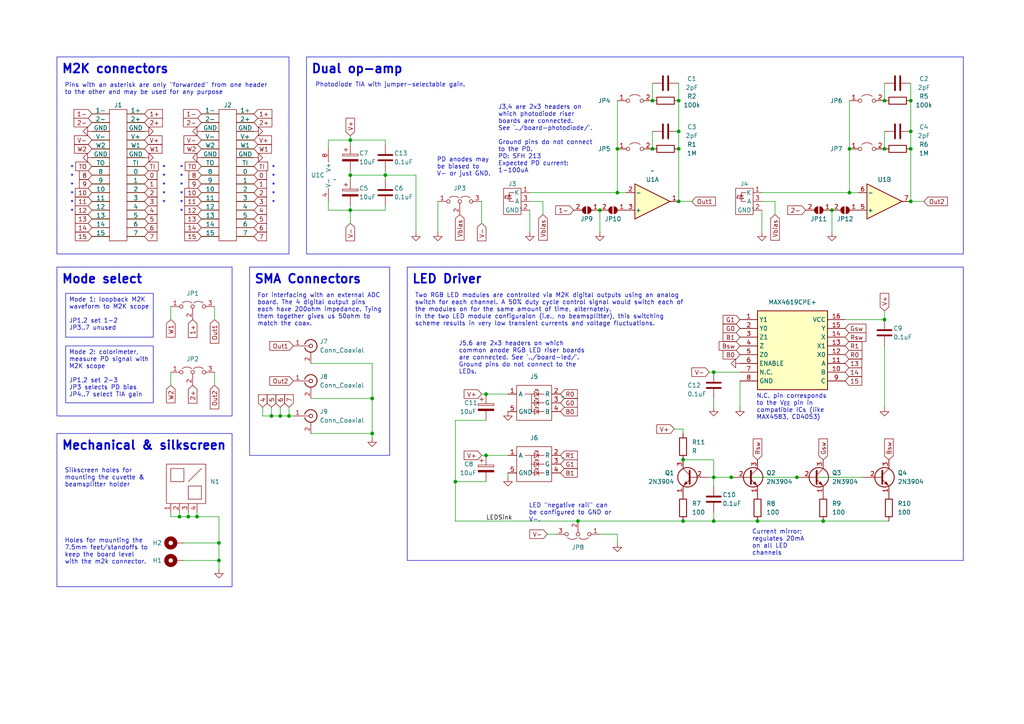
<source format=kicad_sch>
(kicad_sch (version 20230121) (generator eeschema)
  (paper "A4")
  (title_block (title "Dual channel colorimeter") (rev "B") (company "Analog Devices"))
  (lib_symbols
    (symbol "ADALM2000_Connector:Full15_Female" (pin_numbers hide) (pin_names (offset 0))
      (property "Reference" "J" (at 0 21.59 0))
      (symbol "Full15_Female_1_1"
        (pin bidirectional line (at 2.54 -17.78 0) (length 5.08) (name "7") (number "1"))
        (pin bidirectional line (at -2.54 -7.62 180) (length 5.08) (name "11") (number "10"))
        (pin bidirectional line (at 2.54 -5.08 0) (length 5.08) (name "2") (number "11"))
        (pin bidirectional line (at -2.54 -5.08 180) (length 5.08) (name "10") (number "12"))
        (pin bidirectional line (at 2.54 -2.54 0) (length 5.08) (name "1") (number "13"))
        (pin bidirectional line (at -2.54 -2.54 180) (length 5.08) (name "9") (number "14"))
        (pin bidirectional line (at 2.54 0 0) (length 5.08) (name "0") (number "15"))
        (pin bidirectional line (at -2.54 0 180) (length 5.08) (name "8") (number "16"))
        (pin input line (at 2.54 2.54 0) (length 5.08) (name "TI") (number "17"))
        (pin output line (at -2.54 2.54 180) (length 5.08) (name "TO") (number "18"))
        (pin power_out line (at 2.54 5.08 0) (length 5.08) (name "GND") (number "19"))
        (pin bidirectional line (at -2.54 -17.78 180) (length 5.08) (name "15") (number "2"))
        (pin power_out line (at -2.54 5.08 180) (length 5.08) (name "GND") (number "20"))
        (pin output line (at 2.54 7.62 0) (length 5.08) (name "W1") (number "21"))
        (pin output line (at -2.54 7.62 180) (length 5.08) (name "W2") (number "22"))
        (pin power_out line (at 2.54 10.16 0) (length 5.08) (name "V+") (number "23"))
        (pin power_out line (at -2.54 10.16 180) (length 5.08) (name "V-") (number "24"))
        (pin power_out line (at 2.54 12.7 0) (length 5.08) (name "GND") (number "25"))
        (pin power_out line (at -2.54 12.7 180) (length 5.08) (name "GND") (number "26"))
        (pin input line (at 2.54 15.24 0) (length 5.08) (name "2+") (number "27"))
        (pin input line (at -2.54 15.24 180) (length 5.08) (name "2-") (number "28"))
        (pin input line (at 2.54 17.78 0) (length 5.08) (name "1+") (number "29"))
        (pin bidirectional line (at 2.54 -15.24 0) (length 5.08) (name "6") (number "3"))
        (pin input line (at -2.54 17.78 180) (length 5.08) (name "1-") (number "30"))
        (pin bidirectional line (at -2.54 -15.24 180) (length 5.08) (name "14") (number "4"))
        (pin bidirectional line (at 2.54 -12.7 0) (length 5.08) (name "5") (number "5"))
        (pin bidirectional line (at -2.54 -12.7 180) (length 5.08) (name "13") (number "6"))
        (pin bidirectional line (at 2.54 -10.16 0) (length 5.08) (name "4") (number "7"))
        (pin bidirectional line (at -2.54 -10.16 180) (length 5.08) (name "12") (number "8"))
        (pin bidirectional line (at 2.54 -7.62 0) (length 5.08) (name "3") (number "9"))
      )
    )
    (symbol "ADALM2000_Connector:Full15_Male" (pin_numbers hide) (pin_names (offset 0))
      (property "Reference" "J" (at 0 21.59 0))
      (symbol "Full15_Male_1_1"
        (pin bidirectional line (at 2.54 -17.78 0) (length 5.08) (name "7") (number "1"))
        (pin bidirectional line (at -2.54 -7.62 180) (length 5.08) (name "11") (number "10"))
        (pin bidirectional line (at 2.54 -5.08 0) (length 5.08) (name "2") (number "11"))
        (pin bidirectional line (at -2.54 -5.08 180) (length 5.08) (name "10") (number "12"))
        (pin bidirectional line (at 2.54 -2.54 0) (length 5.08) (name "1") (number "13"))
        (pin bidirectional line (at -2.54 -2.54 180) (length 5.08) (name "9") (number "14"))
        (pin bidirectional line (at 2.54 0 0) (length 5.08) (name "0") (number "15"))
        (pin bidirectional line (at -2.54 0 180) (length 5.08) (name "8") (number "16"))
        (pin output line (at 2.54 2.54 0) (length 5.08) (name "TI") (number "17"))
        (pin input line (at -2.54 2.54 180) (length 5.08) (name "TO") (number "18"))
        (pin power_in line (at 2.54 5.08 0) (length 5.08) (name "GND") (number "19"))
        (pin bidirectional line (at -2.54 -17.78 180) (length 5.08) (name "15") (number "2"))
        (pin power_in line (at -2.54 5.08 180) (length 5.08) (name "GND") (number "20"))
        (pin input line (at 2.54 7.62 0) (length 5.08) (name "W1") (number "21"))
        (pin input line (at -2.54 7.62 180) (length 5.08) (name "W2") (number "22"))
        (pin power_in line (at 2.54 10.16 0) (length 5.08) (name "V+") (number "23"))
        (pin power_in line (at -2.54 10.16 180) (length 5.08) (name "V-") (number "24"))
        (pin power_in line (at 2.54 12.7 0) (length 5.08) (name "GND") (number "25"))
        (pin power_in line (at -2.54 12.7 180) (length 5.08) (name "GND") (number "26"))
        (pin bidirectional line (at 2.54 15.24 0) (length 5.08) (name "2+") (number "27"))
        (pin bidirectional line (at -2.54 15.24 180) (length 5.08) (name "2-") (number "28"))
        (pin bidirectional line (at 2.54 17.78 0) (length 5.08) (name "1+") (number "29"))
        (pin bidirectional line (at 2.54 -15.24 0) (length 5.08) (name "6") (number "3"))
        (pin bidirectional line (at -2.54 17.78 180) (length 5.08) (name "1-") (number "30"))
        (pin bidirectional line (at -2.54 -15.24 180) (length 5.08) (name "14") (number "4"))
        (pin bidirectional line (at 2.54 -12.7 0) (length 5.08) (name "5") (number "5"))
        (pin bidirectional line (at -2.54 -12.7 180) (length 5.08) (name "13") (number "6"))
        (pin bidirectional line (at 2.54 -10.16 0) (length 5.08) (name "4") (number "7"))
        (pin bidirectional line (at -2.54 -10.16 180) (length 5.08) (name "12") (number "8"))
        (pin bidirectional line (at 2.54 -7.62 0) (length 5.08) (name "3") (number "9"))
      )
    )
    (symbol "Amplifier_Operational:AD8656" (pin_names (offset 0.127))
      (property "Reference" "U" (at 0 5.08 0))
      (property "Value" "AD8656" (at 0 -5.08 0))
      (symbol "AD8656_1_1"
        (pin output line (at 7.62 0 180) (length 2.54) (name "~") (number "1"))
        (pin input line (at -7.62 -2.54 0) (length 2.54) (name "-") (number "2"))
        (pin input line (at -7.62 2.54 0) (length 2.54) (name "+") (number "3"))
      )
      (symbol "AD8656_2_1"
        (pin input line (at -7.62 2.54 0) (length 2.54) (name "+") (number "5"))
        (pin input line (at -7.62 -2.54 0) (length 2.54) (name "-") (number "6"))
        (pin output line (at 7.62 0 180) (length 2.54) (name "~") (number "7"))
      )
      (symbol "AD8656_3_1"
        (pin power_in line (at -2.54 -7.62 90) (length 3.81) (name "V-") (number "4"))
        (pin power_in line (at -2.54 7.62 270) (length 3.81) (name "V+") (number "8"))
      )
    )
    (symbol "Connector:Conn_Coaxial" (pin_names (offset 1.016) hide)
      (property "Reference" "J" (at 0.254 3.048 0))
      (property "Value" "Conn_Coaxial" (at 2.921 0 90))
      (symbol "Conn_Coaxial_1_1"
        (pin passive line (at -5.08 0 0) (length 2.54) (name "In") (number "1"))
        (pin passive line (at 0 -5.08 90) (length 2.54) (name "Ext") (number "2"))
      )
    )
    (symbol "Device:C" (pin_numbers hide) (pin_names (offset 0.254))
      (property "Reference" "C" (at 0.635 2.54 0))
      (property "Value" "C" (at 0.635 -2.54 0))
      (symbol "C_1_1"
        (pin passive line (at 0 3.81 270) (length 2.794) (name "~") (number "1"))
        (pin passive line (at 0 -3.81 90) (length 2.794) (name "~") (number "2"))
      )
    )
    (symbol "Device:C_Polarized" (pin_numbers hide) (pin_names (offset 0.254))
      (property "Reference" "C" (at 0.635 2.54 0))
      (property "Value" "C_Polarized" (at 0.635 -2.54 0))
      (symbol "C_Polarized_1_1"
        (pin passive line (at 0 3.81 270) (length 2.794) (name "~") (number "1"))
        (pin passive line (at 0 -3.81 90) (length 2.794) (name "~") (number "2"))
      )
    )
    (symbol "Device:R" (pin_numbers hide) (pin_names (offset 0))
      (property "Reference" "R" (at 2.032 0 90))
      (property "Value" "R" (at 0 0 90))
      (symbol "R_1_1"
        (pin passive line (at 0 3.81 270) (length 1.27) (name "~") (number "1"))
        (pin passive line (at 0 -3.81 90) (length 1.27) (name "~") (number "2"))
      )
    )
    (symbol "Jumper:Jumper_2_Open" (pin_names (offset 0) hide)
      (property "Reference" "JP" (at 0 2.794 0))
      (property "Value" "Jumper_2_Open" (at 0 -2.286 0))
      (symbol "Jumper_2_Open_1_1"
        (pin passive line (at -5.08 0 0) (length 2.54) (name "A") (number "1"))
        (pin passive line (at 5.08 0 180) (length 2.54) (name "B") (number "2"))
      )
    )
    (symbol "Jumper:Jumper_3_Open" (pin_names (offset 0) hide)
      (property "Reference" "JP" (at -2.54 -2.54 0))
      (property "Value" "Jumper_3_Open" (at 0 2.794 0))
      (symbol "Jumper_3_Open_1_1"
        (pin passive line (at -6.35 0 0) (length 2.54) (name "A") (number "1"))
        (pin passive line (at 0 -3.81 90) (length 2.54) (name "C") (number "2"))
        (pin passive line (at 6.35 0 180) (length 2.54) (name "B") (number "3"))
      )
    )
    (symbol "Jumper:SolderJumper_2_Open" (pin_names (offset 0) hide)
      (property "Reference" "JP" (at 0 2.032 0))
      (property "Value" "SolderJumper_2_Open" (at 0 -2.54 0))
      (symbol "SolderJumper_2_Open_1_1"
        (pin passive line (at -3.81 0 0) (length 2.54) (name "A") (number "1"))
        (pin passive line (at 3.81 0 180) (length 2.54) (name "B") (number "2"))
      )
    )
    (symbol "M2k_colorimeter:CuvetteHolder"
      (property "Reference" "MP" (at -6.35 13.97 0))
      (symbol "CuvetteHolder_1_1"
        (pin input line (at -10.16 -1.27 90) (length 2.54) (name "") (number "1"))
        (pin input line (at -7.62 -1.27 90) (length 2.54) (name "") (number "2"))
        (pin input line (at -5.08 -1.27 90) (length 2.54) (name "") (number "3"))
        (pin input line (at -2.54 -1.27 90) (length 2.54) (name "") (number "4"))
      )
    )
    (symbol "M2k_colorimeter:LEDRiser"
      (property "Reference" "J5" (at 0 7.62 0))
      (property "Value" "~" (at 8.382 1.778 0))
      (symbol "LEDRiser_1_1"
        (pin passive line (at -7.62 2.54 0) (length 2.54) (name "A") (number "1"))
        (pin passive line (at 7.62 2.54 180) (length 2.54) (name "R") (number "2"))
        (pin passive line (at 7.62 0 180) (length 2.54) (name "G") (number "3"))
        (pin passive line (at 7.62 -2.54 180) (length 2.54) (name "B") (number "4"))
        (pin power_in line (at -7.62 -2.54 0) (length 2.54) (name "GND") (number "5"))
      )
    )
    (symbol "M2k_colorimeter:PhotodiodeRiser"
      (property "Reference" "J3" (at -5.08 5.08 0))
      (property "Value" "~" (at -2.54 -1.905 0))
      (symbol "PhotodiodeRiser_1_1"
        (pin passive line (at 0 2.54 180) (length 2.54) (name "K") (number "1"))
        (pin power_in line (at 0 -2.54 180) (length 2.54) (name "GND") (number "2"))
        (pin passive line (at 0 0 180) (length 2.54) (name "A") (number "3"))
      )
    )
    (symbol "MAX4619CPE+:MAX4619CPE+"
      (property "Reference" "C" (at 26.67 7.62 0))
      (property "Value" "MAX4619CPE+" (at 26.67 5.08 0))
      (symbol "MAX4619CPE+_1_1"
        (pin passive line (at 0 0 0) (length 5.08) (name "Y1") (number "1"))
        (pin passive line (at 30.48 -15.24 180) (length 5.08) (name "B") (number "10"))
        (pin passive line (at 30.48 -12.7 180) (length 5.08) (name "A") (number "11"))
        (pin passive line (at 30.48 -10.16 180) (length 5.08) (name "X0") (number "12"))
        (pin passive line (at 30.48 -7.62 180) (length 5.08) (name "X1") (number "13"))
        (pin passive line (at 30.48 -5.08 180) (length 5.08) (name "X") (number "14"))
        (pin passive line (at 30.48 -2.54 180) (length 5.08) (name "Y") (number "15"))
        (pin passive line (at 30.48 0 180) (length 5.08) (name "VCC") (number "16"))
        (pin passive line (at 0 -2.54 0) (length 5.08) (name "Y0") (number "2"))
        (pin passive line (at 0 -5.08 0) (length 5.08) (name "Z1") (number "3"))
        (pin passive line (at 0 -7.62 0) (length 5.08) (name "Z") (number "4"))
        (pin passive line (at 0 -10.16 0) (length 5.08) (name "Z0") (number "5"))
        (pin passive line (at 0 -12.7 0) (length 5.08) (name "ENABLE") (number "6"))
        (pin passive line (at 0 -15.24 0) (length 5.08) (name "N.C.") (number "7"))
        (pin passive line (at 0 -17.78 0) (length 5.08) (name "GND") (number "8"))
        (pin passive line (at 30.48 -17.78 180) (length 5.08) (name "C") (number "9"))
      )
    )
    (symbol "Mechanical:MountingHole_Pad" (pin_numbers hide) (pin_names (offset 1.016) hide)
      (property "Reference" "H" (at 0 6.35 0))
      (property "Value" "MountingHole_Pad" (at 0 4.445 0))
      (symbol "MountingHole_Pad_1_1"
        (pin input line (at 0 -2.54 90) (length 2.54) (name "1") (number "1"))
      )
    )
    (symbol "Transistor_BJT:2N3904" (pin_names (offset 0) hide)
      (property "Reference" "Q" (at 5.08 1.905 0))
      (property "Value" "2N3904" (at 5.08 0 0))
      (symbol "2N3904_1_1"
        (pin passive line (at 2.54 -5.08 90) (length 2.54) (name "E") (number "1"))
        (pin passive line (at -5.08 0 0) (length 5.715) (name "B") (number "2"))
        (pin passive line (at 2.54 5.08 270) (length 2.54) (name "C") (number "3"))
      )
    )
    (symbol "power:GND" (power) (pin_names (offset 0))
      (property "Value" "GND" (at 0 -3.81 0))
      (symbol "GND_1_1"
        (pin power_in line (at 0 0 270) (length 0) hide (name "GND") (number "1"))
      )
    )
  )
  (junction (at 196.85 29.21))
  (junction (at 219.71 151.13))
  (junction (at 107.95 125.73))
  (junction (at 140.97 114.3))
  (junction (at 246.38 55.88))
  (junction (at 173.99 60.96))
  (junction (at 57.15 149.86))
  (junction (at 140.97 132.08))
  (junction (at 198.12 133.35))
  (junction (at 83.82 120.65))
  (junction (at 167.64 151.13))
  (junction (at 264.16 58.42))
  (junction (at 78.74 120.65))
  (junction (at 179.07 55.88))
  (junction (at 212.09 138.43))
  (junction (at 198.12 151.13))
  (junction (at 52.07 149.86))
  (junction (at 189.23 43.18))
  (junction (at 107.95 115.57))
  (junction (at 101.6 60.96))
  (junction (at 264.16 43.18))
  (junction (at 132.08 139.7))
  (junction (at 231.14 138.43))
  (junction (at 238.76 151.13))
  (junction (at 101.6 40.64))
  (junction (at 101.6 50.8))
  (junction (at 196.85 38.1))
  (junction (at 196.85 58.42))
  (junction (at 196.85 43.18))
  (junction (at 256.54 29.21))
  (junction (at 241.3 60.96))
  (junction (at 264.16 38.1))
  (junction (at 189.23 29.21))
  (junction (at 111.76 50.8))
  (junction (at 54.61 149.86))
  (junction (at 81.28 120.65))
  (junction (at 207.01 107.95))
  (junction (at 179.07 43.18))
  (junction (at 246.38 43.18))
  (junction (at 256.54 43.18))
  (junction (at 207.01 151.13))
  (junction (at 264.16 29.21))
  (junction (at 207.01 138.43))
  (junction (at 256.54 92.71))
  (junction (at 63.5 162.56))
  (junction (at 63.5 157.48))
  (wire (pts (xy 36.83 50.8) (xy 41.91 50.8)))
  (wire (pts (xy 127 58.42) (xy 127 67.31)))
  (wire (pts (xy 26.67 50.8) (xy 31.75 50.8)))
  (wire (pts (xy 68.58 68.58) (xy 73.66 68.58)))
  (wire (pts (xy 224.79 62.23) (xy 224.79 58.42)))
  (wire (pts (xy 95.25 40.64) (xy 95.25 43.18)))
  (wire (pts (xy 63.5 149.86) (xy 57.15 149.86)))
  (wire (pts (xy 132.08 151.13) (xy 167.64 151.13)))
  (wire (pts (xy 111.76 50.8) (xy 120.65 50.8)))
  (wire (pts (xy 36.83 33.02) (xy 41.91 33.02)))
  (wire (pts (xy 101.6 50.8) (xy 101.6 52.07)))
  (wire (pts (xy 36.83 60.96) (xy 41.91 60.96)))
  (wire (pts (xy 101.6 60.96) (xy 95.25 60.96)))
  (wire (pts (xy 90.17 105.41) (xy 107.95 105.41)))
  (wire (pts (xy 26.67 66.04) (xy 31.75 66.04)))
  (wire (pts (xy 107.95 127) (xy 107.95 125.73)))
  (wire (pts (xy 111.76 52.07) (xy 111.76 50.8)))
  (wire (pts (xy 256.54 24.13) (xy 256.54 29.21)))
  (wire (pts (xy 101.6 40.64) (xy 95.25 40.64)))
  (wire (pts (xy 207.01 138.43) (xy 207.01 133.35)))
  (wire (pts (xy 207.01 148.59) (xy 207.01 151.13)))
  (wire (pts (xy 26.67 43.18) (xy 31.75 43.18)))
  (wire (pts (xy 36.83 53.34) (xy 41.91 53.34)))
  (wire (pts (xy 81.28 120.65) (xy 83.82 120.65)))
  (wire (pts (xy 179.07 55.88) (xy 181.61 55.88)))
  (wire (pts (xy 111.76 49.53) (xy 111.76 50.8)))
  (wire (pts (xy 173.99 60.96) (xy 173.99 67.31)))
  (wire (pts (xy 58.42 55.88) (xy 63.5 55.88)))
  (wire (pts (xy 207.01 140.97) (xy 207.01 138.43)))
  (wire (pts (xy 68.58 48.26) (xy 73.66 48.26)))
  (wire (pts (xy 26.67 38.1) (xy 31.75 38.1)))
  (wire (pts (xy 120.65 50.8) (xy 120.65 67.31)))
  (wire (pts (xy 153.67 55.88) (xy 179.07 55.88)))
  (wire (pts (xy 49.53 107.95) (xy 49.53 111.76)))
  (wire (pts (xy 81.28 118.11) (xy 81.28 120.65)))
  (wire (pts (xy 26.67 58.42) (xy 31.75 58.42)))
  (wire (pts (xy 196.85 24.13) (xy 196.85 29.21)))
  (wire (pts (xy 58.42 48.26) (xy 63.5 48.26)))
  (wire (pts (xy 52.07 149.86) (xy 54.61 149.86)))
  (wire (pts (xy 26.67 68.58) (xy 31.75 68.58)))
  (wire (pts (xy 196.85 43.18) (xy 196.85 58.42)))
  (wire (pts (xy 267.97 58.42) (xy 264.16 58.42)))
  (wire (pts (xy 68.58 60.96) (xy 73.66 60.96)))
  (wire (pts (xy 101.6 60.96) (xy 101.6 64.77)))
  (wire (pts (xy 26.67 33.02) (xy 31.75 33.02)))
  (wire (pts (xy 238.76 151.13) (xy 257.81 151.13)))
  (wire (pts (xy 198.12 151.13) (xy 207.01 151.13)))
  (wire (pts (xy 140.97 114.3) (xy 147.32 114.3)))
  (wire (pts (xy 139.7 58.42) (xy 139.7 64.77)))
  (wire (pts (xy 36.83 48.26) (xy 41.91 48.26)))
  (wire (pts (xy 62.23 92.71) (xy 62.23 88.9)))
  (wire (pts (xy 205.74 107.95) (xy 207.01 107.95)))
  (wire (pts (xy 58.42 43.18) (xy 63.5 43.18)))
  (wire (pts (xy 83.82 120.65) (xy 85.09 120.65)))
  (wire (pts (xy 101.6 39.37) (xy 101.6 40.64)))
  (wire (pts (xy 58.42 63.5) (xy 63.5 63.5)))
  (wire (pts (xy 36.83 43.18) (xy 41.91 43.18)))
  (wire (pts (xy 101.6 40.64) (xy 101.6 41.91)))
  (wire (pts (xy 246.38 43.18) (xy 246.38 55.88)))
  (wire (pts (xy 107.95 105.41) (xy 107.95 115.57)))
  (wire (pts (xy 58.42 68.58) (xy 63.5 68.58)))
  (wire (pts (xy 189.23 24.13) (xy 189.23 29.21)))
  (wire (pts (xy 36.83 45.72) (xy 41.91 45.72)))
  (wire (pts (xy 95.25 60.96) (xy 95.25 58.42)))
  (wire (pts (xy 139.7 132.08) (xy 140.97 132.08)))
  (wire (pts (xy 68.58 53.34) (xy 73.66 53.34)))
  (wire (pts (xy 68.58 66.04) (xy 73.66 66.04)))
  (wire (pts (xy 26.67 60.96) (xy 31.75 60.96)))
  (wire (pts (xy 26.67 45.72) (xy 31.75 45.72)))
  (wire (pts (xy 68.58 43.18) (xy 73.66 43.18)))
  (wire (pts (xy 140.97 121.92) (xy 132.08 121.92)))
  (wire (pts (xy 139.7 114.3) (xy 140.97 114.3)))
  (wire (pts (xy 147.32 138.43) (xy 147.32 137.16)))
  (wire (pts (xy 219.71 151.13) (xy 238.76 151.13)))
  (wire (pts (xy 111.76 59.69) (xy 111.76 60.96)))
  (wire (pts (xy 36.83 55.88) (xy 41.91 55.88)))
  (wire (pts (xy 36.83 38.1) (xy 41.91 38.1)))
  (wire (pts (xy 68.58 55.88) (xy 73.66 55.88)))
  (wire (pts (xy 58.42 58.42) (xy 63.5 58.42)))
  (wire (pts (xy 207.01 138.43) (xy 212.09 138.43)))
  (wire (pts (xy 49.53 88.9) (xy 49.53 92.71)))
  (wire (pts (xy 179.07 154.94) (xy 179.07 157.48)))
  (wire (pts (xy 68.58 38.1) (xy 73.66 38.1)))
  (wire (pts (xy 78.74 120.65) (xy 81.28 120.65)))
  (wire (pts (xy 153.67 67.31) (xy 153.67 60.96)))
  (wire (pts (xy 264.16 43.18) (xy 264.16 58.42)))
  (wire (pts (xy 196.85 38.1) (xy 196.85 43.18)))
  (wire (pts (xy 246.38 55.88) (xy 248.92 55.88)))
  (wire (pts (xy 207.01 118.11) (xy 207.01 115.57)))
  (wire (pts (xy 76.2 120.65) (xy 78.74 120.65)))
  (wire (pts (xy 49.53 148.59) (xy 49.53 149.86)))
  (wire (pts (xy 26.67 48.26) (xy 31.75 48.26)))
  (wire (pts (xy 53.34 157.48) (xy 63.5 157.48)))
  (wire (pts (xy 58.42 38.1) (xy 63.5 38.1)))
  (wire (pts (xy 189.23 38.1) (xy 189.23 43.18)))
  (wire (pts (xy 58.42 53.34) (xy 63.5 53.34)))
  (wire (pts (xy 36.83 63.5) (xy 41.91 63.5)))
  (wire (pts (xy 111.76 60.96) (xy 101.6 60.96)))
  (wire (pts (xy 111.76 40.64) (xy 101.6 40.64)))
  (wire (pts (xy 157.48 58.42) (xy 153.67 58.42)))
  (wire (pts (xy 245.11 92.71) (xy 256.54 92.71)))
  (wire (pts (xy 111.76 41.91) (xy 111.76 40.64)))
  (wire (pts (xy 157.48 62.23) (xy 157.48 58.42)))
  (wire (pts (xy 54.61 149.86) (xy 57.15 149.86)))
  (wire (pts (xy 53.34 162.56) (xy 63.5 162.56)))
  (wire (pts (xy 36.83 40.64) (xy 41.91 40.64)))
  (wire (pts (xy 58.42 35.56) (xy 63.5 35.56)))
  (wire (pts (xy 198.12 124.46) (xy 198.12 125.73)))
  (wire (pts (xy 26.67 63.5) (xy 31.75 63.5)))
  (wire (pts (xy 90.17 125.73) (xy 107.95 125.73)))
  (wire (pts (xy 195.58 124.46) (xy 198.12 124.46)))
  (wire (pts (xy 58.42 45.72) (xy 63.5 45.72)))
  (wire (pts (xy 231.14 138.43) (xy 250.19 138.43)))
  (wire (pts (xy 132.08 139.7) (xy 140.97 139.7)))
  (wire (pts (xy 36.83 35.56) (xy 41.91 35.56)))
  (wire (pts (xy 196.85 58.42) (xy 200.66 58.42)))
  (wire (pts (xy 68.58 35.56) (xy 73.66 35.56)))
  (wire (pts (xy 264.16 38.1) (xy 264.16 43.18)))
  (wire (pts (xy 54.61 148.59) (xy 54.61 149.86)))
  (wire (pts (xy 207.01 151.13) (xy 219.71 151.13)))
  (wire (pts (xy 111.76 50.8) (xy 101.6 50.8)))
  (wire (pts (xy 52.07 148.59) (xy 52.07 149.86)))
  (wire (pts (xy 158.75 154.94) (xy 161.29 154.94)))
  (wire (pts (xy 68.58 45.72) (xy 73.66 45.72)))
  (wire (pts (xy 220.98 55.88) (xy 246.38 55.88)))
  (wire (pts (xy 256.54 38.1) (xy 256.54 43.18)))
  (wire (pts (xy 205.74 138.43) (xy 207.01 138.43)))
  (wire (pts (xy 264.16 29.21) (xy 264.16 38.1)))
  (wire (pts (xy 256.54 90.17) (xy 256.54 92.71)))
  (wire (pts (xy 196.85 29.21) (xy 196.85 38.1)))
  (wire (pts (xy 246.38 29.21) (xy 246.38 43.18)))
  (wire (pts (xy 132.08 139.7) (xy 132.08 151.13)))
  (wire (pts (xy 68.58 63.5) (xy 73.66 63.5)))
  (wire (pts (xy 101.6 59.69) (xy 101.6 60.96)))
  (wire (pts (xy 179.07 29.21) (xy 179.07 43.18)))
  (wire (pts (xy 83.82 118.11) (xy 83.82 120.65)))
  (wire (pts (xy 173.99 154.94) (xy 179.07 154.94)))
  (wire (pts (xy 58.42 33.02) (xy 63.5 33.02)))
  (wire (pts (xy 49.53 149.86) (xy 52.07 149.86)))
  (wire (pts (xy 26.67 55.88) (xy 31.75 55.88)))
  (wire (pts (xy 76.2 118.11) (xy 76.2 120.65)))
  (wire (pts (xy 78.74 118.11) (xy 78.74 120.65)))
  (wire (pts (xy 68.58 58.42) (xy 73.66 58.42)))
  (wire (pts (xy 58.42 50.8) (xy 63.5 50.8)))
  (wire (pts (xy 68.58 33.02) (xy 73.66 33.02)))
  (wire (pts (xy 207.01 107.95) (xy 214.63 107.95)))
  (wire (pts (xy 220.98 67.31) (xy 220.98 60.96)))
  (wire (pts (xy 26.67 53.34) (xy 31.75 53.34)))
  (wire (pts (xy 36.83 66.04) (xy 41.91 66.04)))
  (wire (pts (xy 101.6 49.53) (xy 101.6 50.8)))
  (wire (pts (xy 63.5 157.48) (xy 63.5 162.56)))
  (wire (pts (xy 224.79 58.42) (xy 220.98 58.42)))
  (wire (pts (xy 107.95 115.57) (xy 90.17 115.57)))
  (wire (pts (xy 63.5 162.56) (xy 63.5 165.1)))
  (wire (pts (xy 132.08 121.92) (xy 132.08 139.7)))
  (wire (pts (xy 36.83 68.58) (xy 41.91 68.58)))
  (wire (pts (xy 62.23 111.76) (xy 62.23 107.95)))
  (wire (pts (xy 68.58 40.64) (xy 73.66 40.64)))
  (wire (pts (xy 36.83 58.42) (xy 41.91 58.42)))
  (wire (pts (xy 214.63 118.11) (xy 214.63 110.49)))
  (wire (pts (xy 256.54 118.11) (xy 256.54 100.33)))
  (wire (pts (xy 57.15 148.59) (xy 57.15 149.86)))
  (wire (pts (xy 58.42 40.64) (xy 63.5 40.64)))
  (wire (pts (xy 179.07 43.18) (xy 179.07 55.88)))
  (wire (pts (xy 68.58 50.8) (xy 73.66 50.8)))
  (wire (pts (xy 63.5 149.86) (xy 63.5 157.48)))
  (wire (pts (xy 58.42 60.96) (xy 63.5 60.96)))
  (wire (pts (xy 167.64 151.13) (xy 198.12 151.13)))
  (wire (pts (xy 26.67 35.56) (xy 31.75 35.56)))
  (wire (pts (xy 140.97 132.08) (xy 147.32 132.08)))
  (wire (pts (xy 212.09 138.43) (xy 231.14 138.43)))
  (wire (pts (xy 107.95 115.57) (xy 107.95 125.73)))
  (wire (pts (xy 58.42 66.04) (xy 63.5 66.04)))
  (wire (pts (xy 264.16 24.13) (xy 264.16 29.21)))
  (wire (pts (xy 241.3 60.96) (xy 241.3 67.31)))
  (wire (pts (xy 26.67 40.64) (xy 31.75 40.64)))
  (wire (pts (xy 207.01 133.35) (xy 198.12 133.35)))
  (rectangle (start 72.39 77.47) (end 113.03 132.08))
  (rectangle (start 16.51 16.51) (end 83.82 73.66))
  (rectangle (start 118.11 77.47) (end 279.4 162.56))
  (rectangle (start 16.51 77.47) (end 67.31 120.65))
  (rectangle (start 88.9 16.51) (end 279.4 73.66))
  (rectangle (start 16.51 125.73) (end 67.31 170.18))
  (text_box "Pins with an asterisk are only \"forwarded\" from one header to the other and may be used for any purpose" (at 17.78 22.86 0) (size 63.5 5.08) (stroke (width -0.0001)) (effects (font (size 1.27 1.27)) (justify left top)))
  (text_box "Holes for mounting the 7.5mm feet/standoffs to keep the board level with the m2k connector." (at 17.78 154.94 0) (size 26.67 10.16) (stroke (width -0.0001)) (effects (font (size 1.27 1.27)) (justify left top)))
  (text_box "J3,4 are 2x3 headers on which photodiode riser boards are connected.\nSee `../board-photodiode/`.\n\nGround pins do not connect to the PD.\nPD: SFH 213\nExpected PD current: 1-100uA" (at 143.51 29.21 0) (size 30.48 21.59) (stroke (width -0.0001)) (effects (font (size 1.27 1.27)) (justify left top)))
  (text_box "Mode 2: colorimeter, measure PD signal with M2K scope\n\nJP1,2 set 2-3\nJP3 selects PD bias\nJP4..7 select TIA gain" (at 19.05 100.33 0) (size 25.4 16.51) (effects (font (size 1.27 1.27)) (justify left top)))
  (text_box "For interfacing with an external ADC board. The 4 digital output pins each have 200ohm impedance. Tying them together gives us 50ohm to match the coax." (at 73.66 83.82 0) (size 38.1 11.43) (stroke (width -0.0001)) (effects (font (size 1.27 1.27)) (justify left top)))
  (text_box "PD anodes may be biased to V- or just GND." (at 125.73 44.45 0) (size 17.78 7.62) (stroke (width -0.0001)) (effects (font (size 1.27 1.27)) (justify left top)))
  (text_box "LED \"negative rail\" can be configured to GND or V-." (at 152.4 144.78 0) (size 27.94 6.35) (stroke (width -0.0001)) (effects (font (size 1.27 1.27)) (justify left top)))
  (text_box "Mode 1: loopback M2K waveform to M2K scope\n\nJP1,2 set 1-2\nJP3..7 unused" (at 19.05 85.09 0) (size 25.4 12.7) (effects (font (size 1.27 1.27)) (justify left top)))
  (text_box "Two RGB LED modules are controlled via M2K digital outputs using an analog switch for each channel. A 50% duty cycle control signal would switch each of the modules on for the same amount of time, alternately.\nIn the two LED module configuraion (i.e., no beamsplitter), this switching scheme results in very low transient currents and voltage fluctuations." (at 119.38 83.82 0) (size 81.28 12.7) (stroke (width -0.0001)) (effects (font (size 1.27 1.27)) (justify left top)))
  (text_box "N.C. pin corresponds to the V_{EE} pin in compatible ICs (like MAX4583, CD4053)" (at 218.44 113.03 0) (size 22.86 10.16) (stroke (width -0.0001)) (effects (font (size 1.27 1.27)) (justify left top)))
  (text_box "Current mirror; regulates 20mA on all LED channels" (at 217.17 152.4 0) (size 20.32 7.62) (stroke (width -0.0001)) (effects (font (size 1.27 1.27)) (justify left top)))
  (text_box "Silkscreen holes for mounting the cuvette & beamsplitter holder" (at 17.78 134.62 0) (size 26.67 7.62) (stroke (width -0.0001)) (effects (font (size 1.27 1.27)) (justify left top)))
  (text_box "J5,6 are 2x3 headers on which common anode RGB LED riser boards are connected. See `../board-led/`. Ground pins do not connect to the LEDs." (at 132.08 97.79 0) (size 39.37 11.43) (stroke (width -0.0001)) (effects (font (size 1.27 1.27)) (justify left top)))
  (text "*" (at 46.99 52.07 0) (effects (font (size 1.27 1.27)) (justify left bottom)))
  (text "*" (at 46.99 54.61 0) (effects (font (size 1.27 1.27)) (justify left bottom)))
  (text "*" (at 20.32 62.23 0) (effects (font (size 1.27 1.27)) (justify left bottom)))
  (text "Dual op-amp" (at 90.17 21.59 0) (effects (font (size 2.54 2.54) (thickness 0.508) bold) (justify left bottom)))
  (text "*" (at 20.32 52.07 0) (effects (font (size 1.27 1.27)) (justify left bottom)))
  (text "*" (at 52.07 52.07 0) (effects (font (size 1.27 1.27)) (justify left bottom)))
  (text "*" (at 52.07 57.15 0) (effects (font (size 1.27 1.27)) (justify left bottom)))
  (text "*" (at 46.99 59.69 0) (effects (font (size 1.27 1.27)) (justify left bottom)))
  (text "*" (at 46.99 49.53 0) (effects (font (size 1.27 1.27)) (justify left bottom)))
  (text "*" (at 20.32 59.69 0) (effects (font (size 1.27 1.27)) (justify left bottom)))
  (text "*" (at 78.74 52.07 0) (effects (font (size 1.27 1.27)) (justify left bottom)))
  (text "*" (at 78.74 59.69 0) (effects (font (size 1.27 1.27)) (justify left bottom)))
  (text "*" (at 52.07 49.53 0) (effects (font (size 1.27 1.27)) (justify left bottom)))
  (text "*" (at 52.07 62.23 0) (effects (font (size 1.27 1.27)) (justify left bottom)))
  (text "*" (at 78.74 54.61 0) (effects (font (size 1.27 1.27)) (justify left bottom)))
  (text "LED Driver" (at 119.38 82.55 0) (effects (font (size 2.54 2.54) (thickness 0.508) bold) (justify left bottom)))
  (text "*" (at 46.99 57.15 0) (effects (font (size 1.27 1.27)) (justify left bottom)))
  (text "*" (at 52.07 54.61 0) (effects (font (size 1.27 1.27)) (justify left bottom)))
  (text "Mode select" (at 17.78 82.55 0) (effects (font (size 2.54 2.54) (thickness 0.508) bold) (justify left bottom)))
  (text "*" (at 20.32 49.53 0) (effects (font (size 1.27 1.27)) (justify left bottom)))
  (text "Photodiode TIA with jumper-selectable gain." (at 91.44 25.4 0) (effects (font (size 1.27 1.27)) (justify left bottom)))
  (text "M2K connectors" (at 17.78 21.59 0) (effects (font (size 2.54 2.54) (thickness 0.508) bold) (justify left bottom)))
  (text "*" (at 78.74 49.53 0) (effects (font (size 1.27 1.27)) (justify left bottom)))
  (text "*" (at 20.32 57.15 0) (effects (font (size 1.27 1.27)) (justify left bottom)))
  (text "Mechanical & silkscreen" (at 17.78 130.81 0) (effects (font (size 2.54 2.54) (thickness 0.508) bold) (justify left bottom)))
  (text "SMA Connectors" (at 73.66 82.55 0) (effects (font (size 2.54 2.54) (thickness 0.508) bold) (justify left bottom)))
  (text "*" (at 78.74 57.15 0) (effects (font (size 1.27 1.27)) (justify left bottom)))
  (text "*" (at 20.32 54.61 0) (effects (font (size 1.27 1.27)) (justify left bottom)))
  (text "*" (at 52.07 59.69 0) (effects (font (size 1.27 1.27)) (justify left bottom)))
  (label "LEDSink" (at 140.97 151.13 0))
  (global_label "15" (shape input) (at 26.67 68.58 180) (property "Intersheetrefs" "${INTERSHEET_REFS}" (effects hide)))
  (global_label "2" (shape input) (at 41.91 55.88 0) (property "Intersheetrefs" "${INTERSHEET_REFS}" (effects hide)))
  (global_label "V+" (shape input) (at 256.54 90.17 90) (property "Intersheetrefs" "${INTERSHEET_REFS}" (effects hide)))
  (global_label "13" (shape input) (at 245.11 105.41 0) (property "Intersheetrefs" "${INTERSHEET_REFS}" (effects hide)))
  (global_label "11" (shape input) (at 58.42 58.42 180) (property "Intersheetrefs" "${INTERSHEET_REFS}" (effects hide)))
  (global_label "V-" (shape input) (at 158.75 154.94 180) (property "Intersheetrefs" "${INTERSHEET_REFS}" (effects hide)))
  (global_label "G1" (shape input) (at 214.63 92.71 180) (property "Intersheetrefs" "${INTERSHEET_REFS}" (effects hide)))
  (global_label "W1" (shape input) (at 41.91 43.18 0) (property "Intersheetrefs" "${INTERSHEET_REFS}" (effects hide)))
  (global_label "V+" (shape input) (at 73.66 40.64 0) (property "Intersheetrefs" "${INTERSHEET_REFS}" (effects hide)))
  (global_label "V-" (shape input) (at 58.42 40.64 180) (property "Intersheetrefs" "${INTERSHEET_REFS}" (effects hide)))
  (global_label "V+" (shape input) (at 139.7 114.3 180) (property "Intersheetrefs" "${INTERSHEET_REFS}" (effects hide)))
  (global_label "TI" (shape input) (at 41.91 48.26 0) (property "Intersheetrefs" "${INTERSHEET_REFS}" (effects hide)))
  (global_label "15" (shape input) (at 245.11 110.49 0) (property "Intersheetrefs" "${INTERSHEET_REFS}" (effects hide)))
  (global_label "2-" (shape input) (at 233.68 60.96 180) (property "Intersheetrefs" "${INTERSHEET_REFS}" (effects hide)))
  (global_label "B1" (shape input) (at 162.56 137.16 0) (property "Intersheetrefs" "${INTERSHEET_REFS}" (effects hide)))
  (global_label "R1" (shape input) (at 245.11 100.33 0) (property "Intersheetrefs" "${INTERSHEET_REFS}" (effects hide)))
  (global_label "R1" (shape input) (at 162.56 132.08 0) (property "Intersheetrefs" "${INTERSHEET_REFS}" (effects hide)))
  (global_label "TO" (shape input) (at 58.42 48.26 180) (property "Intersheetrefs" "${INTERSHEET_REFS}" (effects hide)))
  (global_label "V+" (shape input) (at 139.7 132.08 180) (property "Intersheetrefs" "${INTERSHEET_REFS}" (effects hide)))
  (global_label "1" (shape input) (at 73.66 53.34 0) (property "Intersheetrefs" "${INTERSHEET_REFS}" (effects hide)))
  (global_label "Out2" (shape input) (at 85.09 110.49 180) (property "Intersheetrefs" "${INTERSHEET_REFS}" (effects hide)))
  (global_label "Out1" (shape input) (at 85.09 100.33 180) (property "Intersheetrefs" "${INTERSHEET_REFS}" (effects hide)))
  (global_label "4" (shape input) (at 41.91 60.96 0) (property "Intersheetrefs" "${INTERSHEET_REFS}" (effects hide)))
  (global_label "R0" (shape input) (at 162.56 114.3 0) (property "Intersheetrefs" "${INTERSHEET_REFS}" (effects hide)))
  (global_label "W2" (shape input) (at 58.42 43.18 180) (property "Intersheetrefs" "${INTERSHEET_REFS}" (effects hide)))
  (global_label "B1" (shape input) (at 214.63 97.79 180) (property "Intersheetrefs" "${INTERSHEET_REFS}" (effects hide)))
  (global_label "5" (shape input) (at 41.91 63.5 0) (property "Intersheetrefs" "${INTERSHEET_REFS}" (effects hide)))
  (global_label "13" (shape input) (at 58.42 63.5 180) (property "Intersheetrefs" "${INTERSHEET_REFS}" (effects hide)))
  (global_label "Out2" (shape input) (at 267.97 58.42 0) (property "Intersheetrefs" "${INTERSHEET_REFS}" (effects hide)))
  (global_label "Rsw" (shape input) (at 219.71 133.35 90) (property "Intersheetrefs" "${INTERSHEET_REFS}" (effects hide)))
  (global_label "B0" (shape input) (at 162.56 119.38 0) (property "Intersheetrefs" "${INTERSHEET_REFS}" (effects hide)))
  (global_label "4" (shape input) (at 76.2 118.11 90) (property "Intersheetrefs" "${INTERSHEET_REFS}" (effects hide)))
  (global_label "15" (shape input) (at 58.42 68.58 180) (property "Intersheetrefs" "${INTERSHEET_REFS}" (effects hide)))
  (global_label "G0" (shape input) (at 214.63 95.25 180) (property "Intersheetrefs" "${INTERSHEET_REFS}" (effects hide)))
  (global_label "G1" (shape input) (at 162.56 134.62 0) (property "Intersheetrefs" "${INTERSHEET_REFS}" (effects hide)))
  (global_label "7" (shape input) (at 41.91 68.58 0) (property "Intersheetrefs" "${INTERSHEET_REFS}" (effects hide)))
  (global_label "2" (shape input) (at 73.66 55.88 0) (property "Intersheetrefs" "${INTERSHEET_REFS}" (effects hide)))
  (global_label "V-" (shape input) (at 26.67 40.64 180) (property "Intersheetrefs" "${INTERSHEET_REFS}" (effects hide)))
  (global_label "Bsw" (shape input) (at 257.81 133.35 90) (property "Intersheetrefs" "${INTERSHEET_REFS}" (effects hide)))
  (global_label "V+" (shape input) (at 195.58 124.46 180) (property "Intersheetrefs" "${INTERSHEET_REFS}" (effects hide)))
  (global_label "14" (shape input) (at 26.67 66.04 180) (property "Intersheetrefs" "${INTERSHEET_REFS}" (effects hide)))
  (global_label "Bsw" (shape input) (at 214.63 100.33 180) (property "Intersheetrefs" "${INTERSHEET_REFS}" (effects hide)))
  (global_label "2+" (shape input) (at 73.66 35.56 0) (property "Intersheetrefs" "${INTERSHEET_REFS}" (effects hide)))
  (global_label "Gsw" (shape input) (at 238.76 133.35 90) (property "Intersheetrefs" "${INTERSHEET_REFS}" (effects hide)))
  (global_label "V-" (shape input) (at 139.7 64.77 270) (property "Intersheetrefs" "${INTERSHEET_REFS}" (effects hide)))
  (global_label "0" (shape input) (at 73.66 50.8 0) (property "Intersheetrefs" "${INTERSHEET_REFS}" (effects hide)))
  (global_label "2-" (shape input) (at 58.42 35.56 180) (property "Intersheetrefs" "${INTERSHEET_REFS}" (effects hide)))
  (global_label "12" (shape input) (at 26.67 60.96 180) (property "Intersheetrefs" "${INTERSHEET_REFS}" (effects hide)))
  (global_label "2+" (shape input) (at 41.91 35.56 0) (property "Intersheetrefs" "${INTERSHEET_REFS}" (effects hide)))
  (global_label "12" (shape input) (at 58.42 60.96 180) (property "Intersheetrefs" "${INTERSHEET_REFS}" (effects hide)))
  (global_label "Vbias" (shape input) (at 133.35 62.23 270) (property "Intersheetrefs" "${INTERSHEET_REFS}" (effects hide)))
  (global_label "V+" (shape input) (at 41.91 40.64 0) (property "Intersheetrefs" "${INTERSHEET_REFS}" (effects hide)))
  (global_label "13" (shape input) (at 26.67 63.5 180) (property "Intersheetrefs" "${INTERSHEET_REFS}" (effects hide)))
  (global_label "7" (shape input) (at 83.82 118.11 90) (property "Intersheetrefs" "${INTERSHEET_REFS}" (effects hide)))
  (global_label "14" (shape input) (at 245.11 107.95 0) (property "Intersheetrefs" "${INTERSHEET_REFS}" (effects hide)))
  (global_label "8" (shape input) (at 58.42 50.8 180) (property "Intersheetrefs" "${INTERSHEET_REFS}" (effects hide)))
  (global_label "1+" (shape input) (at 73.66 33.02 0) (property "Intersheetrefs" "${INTERSHEET_REFS}" (effects hide)))
  (global_label "V-" (shape input) (at 205.74 107.95 180) (property "Intersheetrefs" "${INTERSHEET_REFS}" (effects hide)))
  (global_label "W2" (shape input) (at 49.53 111.76 270) (property "Intersheetrefs" "${INTERSHEET_REFS}" (effects hide)))
  (global_label "1-" (shape input) (at 166.37 60.96 180) (property "Intersheetrefs" "${INTERSHEET_REFS}" (effects hide)))
  (global_label "Rsw" (shape input) (at 245.11 97.79 0) (property "Intersheetrefs" "${INTERSHEET_REFS}" (effects hide)))
  (global_label "TI" (shape input) (at 73.66 48.26 0) (property "Intersheetrefs" "${INTERSHEET_REFS}" (effects hide)))
  (global_label "14" (shape input) (at 58.42 66.04 180) (property "Intersheetrefs" "${INTERSHEET_REFS}" (effects hide)))
  (global_label "V+" (shape input) (at 101.6 39.37 90) (property "Intersheetrefs" "${INTERSHEET_REFS}" (effects hide)))
  (global_label "6" (shape input) (at 81.28 118.11 90) (property "Intersheetrefs" "${INTERSHEET_REFS}" (effects hide)))
  (global_label "8" (shape input) (at 26.67 50.8 180) (property "Intersheetrefs" "${INTERSHEET_REFS}" (effects hide)))
  (global_label "10" (shape input) (at 26.67 55.88 180) (property "Intersheetrefs" "${INTERSHEET_REFS}" (effects hide)))
  (global_label "V-" (shape input) (at 101.6 64.77 270) (property "Intersheetrefs" "${INTERSHEET_REFS}" (effects hide)))
  (global_label "1" (shape input) (at 41.91 53.34 0) (property "Intersheetrefs" "${INTERSHEET_REFS}" (effects hide)))
  (global_label "1-" (shape input) (at 26.67 33.02 180) (property "Intersheetrefs" "${INTERSHEET_REFS}" (effects hide)))
  (global_label "W1" (shape input) (at 49.53 92.71 270) (property "Intersheetrefs" "${INTERSHEET_REFS}" (effects hide)))
  (global_label "9" (shape input) (at 26.67 53.34 180) (property "Intersheetrefs" "${INTERSHEET_REFS}" (effects hide)))
  (global_label "0" (shape input) (at 41.91 50.8 0) (property "Intersheetrefs" "${INTERSHEET_REFS}" (effects hide)))
  (global_label "5" (shape input) (at 78.74 118.11 90) (property "Intersheetrefs" "${INTERSHEET_REFS}" (effects hide)))
  (global_label "3" (shape input) (at 41.91 58.42 0) (property "Intersheetrefs" "${INTERSHEET_REFS}" (effects hide)))
  (global_label "3" (shape input) (at 73.66 58.42 0) (property "Intersheetrefs" "${INTERSHEET_REFS}" (effects hide)))
  (global_label "1+" (shape input) (at 55.88 92.71 270) (property "Intersheetrefs" "${INTERSHEET_REFS}" (effects hide)))
  (global_label "W2" (shape input) (at 26.67 43.18 180) (property "Intersheetrefs" "${INTERSHEET_REFS}" (effects hide)))
  (global_label "9" (shape input) (at 58.42 53.34 180) (property "Intersheetrefs" "${INTERSHEET_REFS}" (effects hide)))
  (global_label "1-" (shape input) (at 58.42 33.02 180) (property "Intersheetrefs" "${INTERSHEET_REFS}" (effects hide)))
  (global_label "Out1" (shape input) (at 62.23 92.71 270) (property "Intersheetrefs" "${INTERSHEET_REFS}" (effects hide)))
  (global_label "2-" (shape input) (at 26.67 35.56 180) (property "Intersheetrefs" "${INTERSHEET_REFS}" (effects hide)))
  (global_label "1+" (shape input) (at 41.91 33.02 0) (property "Intersheetrefs" "${INTERSHEET_REFS}" (effects hide)))
  (global_label "5" (shape input) (at 73.66 63.5 0) (property "Intersheetrefs" "${INTERSHEET_REFS}" (effects hide)))
  (global_label "W1" (shape input) (at 73.66 43.18 0) (property "Intersheetrefs" "${INTERSHEET_REFS}" (effects hide)))
  (global_label "Vbias" (shape input) (at 224.79 62.23 270) (property "Intersheetrefs" "${INTERSHEET_REFS}" (effects hide)))
  (global_label "Gsw" (shape input) (at 245.11 95.25 0) (property "Intersheetrefs" "${INTERSHEET_REFS}" (effects hide)))
  (global_label "6" (shape input) (at 73.66 66.04 0) (property "Intersheetrefs" "${INTERSHEET_REFS}" (effects hide)))
  (global_label "Out2" (shape input) (at 62.23 111.76 270) (property "Intersheetrefs" "${INTERSHEET_REFS}" (effects hide)))
  (global_label "7" (shape input) (at 73.66 68.58 0) (property "Intersheetrefs" "${INTERSHEET_REFS}" (effects hide)))
  (global_label "B0" (shape input) (at 214.63 102.87 180) (property "Intersheetrefs" "${INTERSHEET_REFS}" (effects hide)))
  (global_label "TO" (shape input) (at 26.67 48.26 180) (property "Intersheetrefs" "${INTERSHEET_REFS}" (effects hide)))
  (global_label "4" (shape input) (at 73.66 60.96 0) (property "Intersheetrefs" "${INTERSHEET_REFS}" (effects hide)))
  (global_label "G0" (shape input) (at 162.56 116.84 0) (property "Intersheetrefs" "${INTERSHEET_REFS}" (effects hide)))
  (global_label "10" (shape input) (at 58.42 55.88 180) (property "Intersheetrefs" "${INTERSHEET_REFS}" (effects hide)))
  (global_label "R0" (shape input) (at 245.11 102.87 0) (property "Intersheetrefs" "${INTERSHEET_REFS}" (effects hide)))
  (global_label "2+" (shape input) (at 55.88 111.76 270) (property "Intersheetrefs" "${INTERSHEET_REFS}" (effects hide)))
  (global_label "11" (shape input) (at 26.67 58.42 180) (property "Intersheetrefs" "${INTERSHEET_REFS}" (effects hide)))
  (global_label "Out1" (shape input) (at 200.66 58.42 0) (property "Intersheetrefs" "${INTERSHEET_REFS}" (effects hide)))
  (global_label "Vbias" (shape input) (at 157.48 62.23 270) (property "Intersheetrefs" "${INTERSHEET_REFS}" (effects hide)))
  (global_label "6" (shape input) (at 41.91 66.04 0) (property "Intersheetrefs" "${INTERSHEET_REFS}" (effects hide)))
  (symbol (lib_id "power:GND") (at 147.32 119.38 0) (unit 1)
    (property "Reference" "#PWR025" (effects hide))
    (property "Value" "GND" (effects hide))
  )
  (symbol (lib_id "power:GND") (at 58.42 38.1 270) (mirror x) (unit 1)
    (property "Reference" "#PWR08" (effects hide))
    (property "Value" "GND" (effects hide))
  )
  (symbol (lib_id "Device:C_Polarized") (at 140.97 118.11 0) (unit 1)
    (property "Reference" "C11" (at 134.62 116.84 0) (effects (justify left)))
    (property "Value" "10uF" (at 133.35 119.38 0) (effects (justify left)))
    (property "Footprint" "Capacitor_THT:CP_Radial_D8.0mm_P3.50mm" (effects hide))
  )
  (symbol (lib_id "Jumper:SolderJumper_2_Open") (at 237.49 60.96 180) (unit 1)
    (property "Reference" "JP11" (at 237.49 63.5 0))
    (property "Value" "0" (effects hide))
    (property "Footprint" "Jumper:SolderJumper-2_P1.3mm_Open_RoundedPad1.0x1.5mm" (effects hide))
  )
  (symbol (lib_id "power:GND") (at 207.01 118.11 0) (unit 1)
    (property "Reference" "#PWR029" (effects hide))
    (property "Value" "GND" (effects hide))
  )
  (symbol (lib_id "Device:R") (at 260.35 29.21 90) (unit 1)
    (property "Reference" "R5" (at 267.97 27.94 90))
    (property "Value" "100k" (at 267.97 30.48 90))
    (property "Footprint" "Resistor_THT:R_Axial_DIN0207_L6.3mm_D2.5mm_P10.16mm_Horizontal" (effects hide))
  )
  (symbol (lib_id "Device:R") (at 219.71 147.32 0) (unit 1)
    (property "Reference" "R8" (at 222.25 146.05 0) (effects (justify left)))
    (property "Value" "100" (at 222.25 148.59 0) (effects (justify left)))
    (property "Footprint" "Resistor_THT:R_Axial_DIN0207_L6.3mm_D2.5mm_P10.16mm_Horizontal" (effects hide))
  )
  (symbol (lib_id "power:GND") (at 41.91 38.1 90) (unit 1)
    (property "Reference" "#PWR06" (effects hide))
    (property "Value" "GND" (effects hide))
  )
  (symbol (lib_id "Transistor_BJT:2N3904") (at 255.27 138.43 0) (unit 1)
    (property "Reference" "Q4" (at 260.35 137.16 0) (effects (justify left)))
    (property "Value" "2N3904" (at 260.35 139.7 0) (effects (justify left)))
    (property "Footprint" "Package_TO_SOT_THT:TO-92_HandSolder" (effects hide))
    (property "Datasheet" "https://www.onsemi.com/pub/Collateral/2N3903-D.PDF" (effects hide))
  )
  (symbol (lib_id "Transistor_BJT:2N3904") (at 217.17 138.43 0) (unit 1)
    (property "Reference" "Q2" (at 222.25 137.16 0) (effects (justify left)))
    (property "Value" "2N3904" (at 222.25 139.7 0) (effects (justify left)))
    (property "Footprint" "Package_TO_SOT_THT:TO-92_HandSolder" (effects hide))
    (property "Datasheet" "https://www.onsemi.com/pub/Collateral/2N3903-D.PDF" (effects hide))
  )
  (symbol (lib_id "Device:C") (at 260.35 38.1 90) (unit 1)
    (property "Reference" "C4" (at 267.97 36.83 90))
    (property "Value" "2pF" (at 267.97 39.37 90))
    (property "Footprint" "Capacitor_THT:C_Disc_D6.0mm_W2.5mm_P5.00mm" (effects hide))
  )
  (symbol (lib_id "Device:C_Polarized") (at 140.97 135.89 0) (unit 1)
    (property "Reference" "C8" (at 134.62 134.62 0) (effects (justify left)))
    (property "Value" "10uF" (at 133.35 137.16 0) (effects (justify left)))
    (property "Footprint" "Capacitor_THT:CP_Radial_D8.0mm_P3.50mm" (effects hide))
  )
  (symbol (lib_id "M2k_colorimeter:LEDRiser") (at 154.94 134.62 0) (unit 1)
    (property "Reference" "J6" (at 154.94 127 0))
    (property "Value" "~" (at 163.322 132.842 0))
    (property "Footprint" "M2k_Colorimeter:LEDRiser" (effects hide))
  )
  (symbol (lib_id "Device:R") (at 193.04 43.18 90) (unit 1)
    (property "Reference" "R1" (at 200.66 41.91 90))
    (property "Value" "1M" (at 200.66 44.45 90))
    (property "Footprint" "Resistor_THT:R_Axial_DIN0207_L6.3mm_D2.5mm_P10.16mm_Horizontal" (effects hide))
  )
  (symbol (lib_id "Device:R") (at 238.76 147.32 0) (unit 1)
    (property "Reference" "R9" (at 241.3 146.05 0) (effects (justify left)))
    (property "Value" "100" (at 241.3 148.59 0) (effects (justify left)))
    (property "Footprint" "Resistor_THT:R_Axial_DIN0207_L6.3mm_D2.5mm_P10.16mm_Horizontal" (effects hide))
  )
  (symbol (lib_id "Device:C") (at 193.04 38.1 90) (unit 1)
    (property "Reference" "C3" (at 200.66 36.83 90))
    (property "Value" "2pF" (at 200.66 39.37 90))
    (property "Footprint" "Capacitor_THT:C_Disc_D6.0mm_W2.5mm_P5.00mm" (effects hide))
  )
  (symbol (lib_id "power:GND") (at 241.3 67.31 0) (unit 1)
    (property "Reference" "#PWR015" (effects hide))
    (property "Value" "GND" (effects hide))
  )
  (symbol (lib_id "power:GND") (at 73.66 45.72 90) (unit 1)
    (property "Reference" "#PWR04" (effects hide))
    (property "Value" "GND" (effects hide))
  )
  (symbol (lib_id "power:GND") (at 179.07 157.48 0) (unit 1)
    (property "Reference" "#PWR017" (effects hide))
    (property "Value" "GND" (effects hide))
  )
  (symbol (lib_id "power:GND") (at 26.67 38.1 270) (mirror x) (unit 1)
    (property "Reference" "#PWR010" (effects hide))
    (property "Value" "GND" (effects hide))
  )
  (symbol (lib_id "Device:C") (at 193.04 24.13 90) (unit 1)
    (property "Reference" "C1" (at 200.66 22.86 90))
    (property "Value" "2pF" (at 200.66 25.4 90))
    (property "Footprint" "Capacitor_THT:C_Disc_D6.0mm_W2.5mm_P5.00mm" (effects hide))
  )
  (symbol (lib_id "Connector:Conn_Coaxial") (at 90.17 110.49 0) (unit 1)
    (property "Reference" "J8" (at 92.71 109.22 0) (effects (justify left)))
    (property "Value" "Conn_Coaxial" (at 92.71 111.76 0) (effects (justify left)))
    (property "Footprint" "Connector_Coaxial:SMA_Amphenol_132289_EdgeMount" (effects hide))
    (property "Datasheet" " ~" (effects hide))
  )
  (symbol (lib_id "MAX4619CPE+:MAX4619CPE+") (at 214.63 92.71 0) (unit 1)
    (property "Reference" "U2" (effects hide))
    (property "Value" "MAX4619CPE+" (at 229.87 87.63 0))
    (property "Footprint" "Package_DIP:DIP-16_W7.62mm_LongPads" (effects hide))
    (property "Datasheet" "https://componentsearchengine.com/Datasheets/2/MAX4619CPE+.pdf" (effects hide))
    (property "Height" "4.572" (effects hide))
    (property "Mouser Part Number" "700-MAX4619CPE" (effects hide))
    (property "Mouser Price/Stock" "https://www.mouser.co.uk/ProductDetail/Maxim-Integrated/MAX4619CPE%2b?qs=1THa7WoU59Ho%2Fy0KKRO8hA%3D%3D" (effects hide))
    (property "Manufacturer_Name" "Analog Devices" (effects hide))
    (property "Manufacturer_Part_Number" "MAX4619CPE+" (effects hide))
  )
  (symbol (lib_id "Connector:Conn_Coaxial") (at 90.17 120.65 0) (unit 1)
    (property "Reference" "J9" (at 92.71 119.38 0) (effects (justify left)))
    (property "Value" "Conn_Coaxial" (at 92.71 121.92 0) (effects (justify left)))
    (property "Footprint" "Connector_Coaxial:SMA_Amphenol_132289_EdgeMount" (effects hide))
    (property "Datasheet" " ~" (effects hide))
  )
  (symbol (lib_id "power:GND") (at 26.67 45.72 270) (mirror x) (unit 1)
    (property "Reference" "#PWR011" (effects hide))
    (property "Value" "GND" (effects hide))
  )
  (symbol (lib_id "M2k_colorimeter:CuvetteHolder") (at 59.69 147.32 0) (unit 1)
    (property "Reference" "N1" (at 60.96 139.7 0) (effects (justify left)))
    (property "Value" "CuvetteHolder" (effects hide))
    (property "Footprint" "M2k_Colorimeter:CuvetteHolderDiagram" (effects hide))
  )
  (symbol (lib_id "M2k_colorimeter:LEDRiser") (at 154.94 116.84 0) (unit 1)
    (property "Reference" "J5" (at 154.94 109.22 0))
    (property "Value" "~" (at 163.322 115.062 0))
    (property "Footprint" "M2k_Colorimeter:LEDRiser" (effects hide))
  )
  (symbol (lib_id "Amplifier_Operational:AD8656") (at 256.54 58.42 0) (mirror x) (unit 2)
    (property "Reference" "U1" (at 256.54 52.07 0))
    (property "Footprint" "Package_DIP:DIP-8_W7.62mm_Socket_LongPads" (effects hide))
    (property "Datasheet" "https://www.analog.com/media/en/technical-documentation/data-sheets/ad8655_8656.pdf" (effects hide))
  )
  (symbol (lib_id "power:GND") (at 153.67 67.31 0) (unit 1)
    (property "Reference" "#PWR027" (effects hide))
    (property "Value" "GND" (effects hide))
  )
  (symbol (lib_id "Device:R") (at 193.04 29.21 90) (unit 1)
    (property "Reference" "R2" (at 200.66 27.94 90))
    (property "Value" "100k" (at 200.66 30.48 90))
    (property "Footprint" "Resistor_THT:R_Axial_DIN0207_L6.3mm_D2.5mm_P10.16mm_Horizontal" (effects hide))
  )
  (symbol (lib_id "M2k_colorimeter:PhotodiodeRiser") (at 220.98 58.42 0) (unit 1)
    (property "Reference" "J4" (at 215.9 53.34 0))
    (property "Value" "~" (at 218.44 60.325 0))
    (property "Footprint" "M2k_Colorimeter:PhotodiodeRiser" (effects hide))
  )
  (symbol (lib_id "Connector:Conn_Coaxial") (at 90.17 100.33 0) (unit 1)
    (property "Reference" "J7" (at 92.71 99.06 0) (effects (justify left)))
    (property "Value" "Conn_Coaxial" (at 92.71 101.6 0) (effects (justify left)))
    (property "Footprint" "Connector_Coaxial:SMA_Amphenol_132289_EdgeMount" (effects hide))
    (property "Datasheet" " ~" (effects hide))
  )
  (symbol (lib_id "power:GND") (at 214.63 118.11 0) (unit 1)
    (property "Reference" "#PWR012" (effects hide))
    (property "Value" "GND" (effects hide))
  )
  (symbol (lib_id "power:GND") (at 73.66 38.1 90) (unit 1)
    (property "Reference" "#PWR05" (effects hide))
    (property "Value" "GND" (effects hide))
  )
  (symbol (lib_id "Device:R") (at 198.12 147.32 0) (unit 1)
    (property "Reference" "R7" (at 200.66 146.05 0) (effects (justify left)))
    (property "Value" "100" (at 200.66 148.59 0) (effects (justify left)))
    (property "Footprint" "Resistor_THT:R_Axial_DIN0207_L6.3mm_D2.5mm_P10.16mm_Horizontal" (effects hide))
  )
  (symbol (lib_id "power:GND") (at 173.99 67.31 0) (unit 1)
    (property "Reference" "#PWR01" (effects hide))
    (property "Value" "GND" (effects hide))
  )
  (symbol (lib_id "power:GND") (at 63.5 165.1 0) (unit 1)
    (property "Reference" "#PWR014" (effects hide))
    (property "Value" "GND" (effects hide))
  )
  (symbol (lib_id "power:GND") (at 214.63 105.41 270) (unit 1)
    (property "Reference" "#PWR016" (effects hide))
    (property "Value" "GND" (effects hide))
  )
  (symbol (lib_id "power:GND") (at 220.98 67.31 0) (unit 1)
    (property "Reference" "#PWR028" (effects hide))
    (property "Value" "GND" (effects hide))
  )
  (symbol (lib_id "Device:C_Polarized") (at 101.6 55.88 0) (unit 1)
    (property "Reference" "C5" (at 104.14 54.61 0) (effects (justify left)))
    (property "Value" "10uF" (at 104.14 57.15 0) (effects (justify left)))
    (property "Footprint" "Capacitor_THT:CP_Radial_D8.0mm_P3.50mm" (effects hide))
  )
  (symbol (lib_id "ADALM2000_Connector:Full15_Male") (at 66.04 50.8 0) (unit 1)
    (property "Reference" "J2" (at 66.04 30.48 0))
    (property "Value" "Full15_Male" (effects hide))
    (property "Footprint" "Connector_PinHeader_2.54mm:PinHeader_2x15_P2.54mm_Vertical" (effects hide))
  )
  (symbol (lib_id "Device:C") (at 256.54 96.52 0) (unit 1)
    (property "Reference" "C9" (at 259.08 95.25 0) (effects (justify left)))
    (property "Value" "0.1uF" (at 259.08 97.79 0) (effects (justify left)))
    (property "Footprint" "Capacitor_THT:C_Disc_D5.1mm_W3.2mm_P5.00mm" (effects hide))
  )
  (symbol (lib_id "Device:C") (at 111.76 45.72 0) (unit 1)
    (property "Reference" "C13" (at 114.3 44.45 0) (effects (justify left)))
    (property "Value" "0.1uF" (at 114.3 46.99 0) (effects (justify left)))
    (property "Footprint" "Capacitor_THT:C_Disc_D5.1mm_W3.2mm_P5.00mm" (effects hide))
  )
  (symbol (lib_id "M2k_colorimeter:PhotodiodeRiser") (at 153.67 58.42 0) (unit 1)
    (property "Reference" "J3" (at 148.59 53.34 0))
    (property "Value" "~" (at 151.13 60.325 0))
    (property "Footprint" "M2k_Colorimeter:PhotodiodeRiser" (effects hide))
  )
  (symbol (lib_id "Device:R") (at 257.81 147.32 0) (unit 1)
    (property "Reference" "R10" (at 260.35 146.05 0) (effects (justify left)))
    (property "Value" "100" (at 260.35 148.59 0) (effects (justify left)))
    (property "Footprint" "Resistor_THT:R_Axial_DIN0207_L6.3mm_D2.5mm_P10.16mm_Horizontal" (effects hide))
  )
  (symbol (lib_id "Transistor_BJT:2N3904") (at 200.66 138.43 0) (mirror y) (unit 1)
    (property "Reference" "Q1" (at 195.58 137.16 0) (effects (justify left)))
    (property "Value" "2N3904" (at 195.58 139.7 0) (effects (justify left)))
    (property "Footprint" "Package_TO_SOT_THT:TO-92_HandSolder" (effects hide))
    (property "Datasheet" "https://www.onsemi.com/pub/Collateral/2N3903-D.PDF" (effects hide))
  )
  (symbol (lib_id "ADALM2000_Connector:Full15_Female") (at 34.29 50.8 0) (unit 1)
    (property "Reference" "J1" (at 34.29 30.48 0))
    (property "Value" "Full15_Female" (effects hide))
    (property "Footprint" "Connector_PinSocket_2.54mm:PinSocket_2x15_P2.54mm_Vertical" (effects hide))
  )
  (symbol (lib_id "Jumper:SolderJumper_2_Open") (at 177.8 60.96 180) (unit 1)
    (property "Reference" "JP10" (at 177.8 63.5 0))
    (property "Value" "0" (effects hide))
    (property "Footprint" "Jumper:SolderJumper-2_P1.3mm_Open_RoundedPad1.0x1.5mm" (effects hide))
  )
  (symbol (lib_id "power:GND") (at 58.42 45.72 270) (mirror x) (unit 1)
    (property "Reference" "#PWR09" (effects hide))
    (property "Value" "GND" (effects hide))
  )
  (symbol (lib_id "Jumper:Jumper_3_Open") (at 167.64 154.94 180) (unit 1)
    (property "Reference" "JP8" (at 167.64 158.75 0))
    (property "Value" "Jumper_3_Open" (effects hide))
    (property "Footprint" "Connector_PinHeader_2.54mm:PinHeader_1x03_P2.54mm_Vertical" (effects hide))
  )
  (symbol (lib_id "power:GND") (at 107.95 127 0) (unit 1)
    (property "Reference" "#PWR013" (effects hide))
    (property "Value" "GND" (effects hide))
  )
  (symbol (lib_id "Device:R") (at 198.12 129.54 0) (unit 1)
    (property "Reference" "R11" (at 200.66 128.27 0) (effects (justify left)))
    (property "Value" "R" (at 200.66 130.81 0) (effects (justify left)))
    (property "Footprint" "Resistor_THT:R_Axial_DIN0207_L6.3mm_D2.5mm_P10.16mm_Horizontal" (effects hide))
  )
  (symbol (lib_id "Device:C_Polarized") (at 101.6 45.72 0) (unit 1)
    (property "Reference" "C7" (at 104.14 44.45 0) (effects (justify left)))
    (property "Value" "10uF" (at 104.14 46.99 0) (effects (justify left)))
    (property "Footprint" "Capacitor_THT:CP_Radial_D8.0mm_P3.50mm" (effects hide))
  )
  (symbol (lib_id "Device:R") (at 260.35 43.18 90) (unit 1)
    (property "Reference" "R6" (at 267.97 41.91 90))
    (property "Value" "1M" (at 267.97 44.45 90))
    (property "Footprint" "Resistor_THT:R_Axial_DIN0207_L6.3mm_D2.5mm_P10.16mm_Horizontal" (effects hide))
  )
  (symbol (lib_id "Amplifier_Operational:AD8656") (at 189.23 58.42 0) (mirror x) (unit 1)
    (property "Reference" "U1" (at 189.23 52.07 0))
    (property "Value" "~" (at 189.23 49.53 0))
    (property "Footprint" "Package_DIP:DIP-8_W7.62mm_Socket_LongPads" (effects hide))
    (property "Datasheet" "https://www.analog.com/media/en/technical-documentation/data-sheets/ad8655_8656.pdf" (effects hide))
  )
  (symbol (lib_id "Transistor_BJT:2N3904") (at 236.22 138.43 0) (unit 1)
    (property "Reference" "Q3" (at 241.3 137.16 0) (effects (justify left)))
    (property "Value" "2N3904" (at 241.3 139.7 0) (effects (justify left)))
    (property "Footprint" "Package_TO_SOT_THT:TO-92_HandSolder" (effects hide))
    (property "Datasheet" "https://www.onsemi.com/pub/Collateral/2N3903-D.PDF" (effects hide))
  )
  (symbol (lib_id "Jumper:Jumper_2_Open") (at 251.46 43.18 0) (unit 1)
    (property "Reference" "JP7" (at 242.57 43.18 0))
    (property "Value" "Jumper_2_Open" (effects hide))
    (property "Footprint" "Connector_PinHeader_2.54mm:PinHeader_1x02_P2.54mm_Vertical" (effects hide))
  )
  (symbol (lib_id "Device:C") (at 260.35 24.13 90) (unit 1)
    (property "Reference" "C2" (at 267.97 22.86 90))
    (property "Value" "2pF" (at 267.97 25.4 90))
    (property "Footprint" "Capacitor_THT:C_Disc_D6.0mm_W2.5mm_P5.00mm" (effects hide))
  )
  (symbol (lib_id "power:GND") (at 41.91 45.72 90) (unit 1)
    (property "Reference" "#PWR07" (effects hide))
    (property "Value" "GND" (effects hide))
  )
  (symbol (lib_id "Mechanical:MountingHole_Pad") (at 50.8 157.48 90) (unit 1)
    (property "Reference" "H2" (at 46.99 157.48 90) (effects (justify left)))
    (property "Value" "MountingHole_Pad" (effects hide))
    (property "Footprint" "MountingHole:MountingHole_3mm_Pad" (effects hide))
  )
  (symbol (lib_id "Jumper:SolderJumper_2_Open") (at 170.18 60.96 180) (unit 1)
    (property "Reference" "JP9" (at 170.18 63.5 0))
    (property "Value" "0" (effects hide))
    (property "Footprint" "Jumper:SolderJumper-2_P1.3mm_Open_RoundedPad1.0x1.5mm" (effects hide))
  )
  (symbol (lib_id "Mechanical:MountingHole_Pad") (at 50.8 162.56 90) (unit 1)
    (property "Reference" "H1" (at 46.99 162.56 90) (effects (justify left)))
    (property "Value" "MountingHole_Pad" (effects hide))
    (property "Footprint" "MountingHole:MountingHole_3mm_Pad" (effects hide))
  )
  (symbol (lib_id "power:GND") (at 120.65 67.31 0) (unit 1)
    (property "Reference" "#PWR03" (effects hide))
    (property "Value" "GND" (effects hide))
  )
  (symbol (lib_id "Amplifier_Operational:AD8656") (at 97.79 50.8 0) (unit 3)
    (property "Reference" "U1" (at 90.17 50.8 0) (effects (justify left)))
    (property "Value" "~" (at 96.52 52.07 0) (effects (justify left)))
    (property "Footprint" "Package_DIP:DIP-8_W7.62mm_Socket_LongPads" (effects hide))
    (property "Datasheet" "https://www.analog.com/media/en/technical-documentation/data-sheets/ad8655_8656.pdf" (effects hide))
  )
  (symbol (lib_id "Jumper:Jumper_2_Open") (at 251.46 29.21 0) (unit 1)
    (property "Reference" "JP6" (at 242.57 29.21 0))
    (property "Value" "Jumper_2_Open" (effects hide))
    (property "Footprint" "Connector_PinHeader_2.54mm:PinHeader_1x02_P2.54mm_Vertical" (effects hide))
  )
  (symbol (lib_id "Jumper:Jumper_2_Open") (at 184.15 29.21 0) (unit 1)
    (property "Reference" "JP4" (at 175.26 29.21 0))
    (property "Value" "Jumper_2_Open" (effects hide))
    (property "Footprint" "Connector_PinHeader_2.54mm:PinHeader_1x02_P2.54mm_Vertical" (effects hide))
  )
  (symbol (lib_id "power:GND") (at 256.54 118.11 0) (unit 1)
    (property "Reference" "#PWR023" (effects hide))
    (property "Value" "GND" (effects hide))
  )
  (symbol (lib_id "Jumper:Jumper_2_Open") (at 184.15 43.18 0) (unit 1)
    (property "Reference" "JP5" (at 175.26 43.18 0))
    (property "Value" "Jumper_2_Open" (effects hide))
    (property "Footprint" "Connector_PinHeader_2.54mm:PinHeader_1x02_P2.54mm_Vertical" (effects hide))
  )
  (symbol (lib_id "power:GND") (at 127 67.31 0) (unit 1)
    (property "Reference" "#PWR02" (effects hide))
    (property "Value" "GND" (effects hide))
  )
  (symbol (lib_id "Device:C") (at 111.76 55.88 0) (unit 1)
    (property "Reference" "C6" (at 114.3 54.61 0) (effects (justify left)))
    (property "Value" "0.1uF" (at 114.3 57.15 0) (effects (justify left)))
    (property "Footprint" "Capacitor_THT:C_Disc_D5.1mm_W3.2mm_P5.00mm" (effects hide))
  )
  (symbol (lib_id "power:GND") (at 147.32 138.43 0) (unit 1)
    (property "Reference" "#PWR026" (effects hide))
    (property "Value" "GND" (effects hide))
  )
  (symbol (lib_id "Jumper:Jumper_3_Open") (at 133.35 58.42 0) (unit 1)
    (property "Reference" "JP3" (at 133.35 54.61 0))
    (property "Value" "Jumper_3_Open" (effects hide))
    (property "Footprint" "Connector_PinHeader_2.54mm:PinHeader_1x03_P2.54mm_Vertical" (effects hide))
  )
  (symbol (lib_id "Jumper:Jumper_3_Open") (at 55.88 107.95 0) (unit 1)
    (property "Reference" "JP2" (at 55.88 104.14 0))
    (property "Value" "Jumper_3_Open" (effects hide))
    (property "Footprint" "Connector_PinHeader_2.54mm:PinHeader_1x03_P2.54mm_Vertical" (effects hide))
  )
  (symbol (lib_id "Device:C") (at 207.01 144.78 0) (unit 1)
    (property "Reference" "C10" (at 209.55 143.51 0) (effects (justify left)))
    (property "Value" "0.1uF" (at 209.55 146.05 0) (effects (justify left)))
    (property "Footprint" "Capacitor_THT:C_Disc_D5.1mm_W3.2mm_P5.00mm" (effects hide))
  )
  (symbol (lib_id "Jumper:SolderJumper_2_Open") (at 245.11 60.96 180) (unit 1)
    (property "Reference" "JP12" (at 245.11 63.5 0))
    (property "Value" "0" (effects hide))
    (property "Footprint" "Jumper:SolderJumper-2_P1.3mm_Open_RoundedPad1.0x1.5mm" (effects hide))
  )
  (symbol (lib_id "Device:C") (at 207.01 111.76 0) (unit 1)
    (property "Reference" "C12" (at 199.39 111.76 0) (effects (justify left)))
    (property "Value" "0.1uF" (at 199.39 114.3 0) (effects (justify left)))
    (property "Footprint" "Capacitor_THT:C_Disc_D5.1mm_W3.2mm_P5.00mm" (effects hide))
  )
  (symbol (lib_id "Jumper:Jumper_3_Open") (at 55.88 88.9 0) (unit 1)
    (property "Reference" "JP1" (at 55.88 85.09 0))
    (property "Value" "Jumper_3_Open" (effects hide))
    (property "Footprint" "Connector_PinHeader_2.54mm:PinHeader_1x03_P2.54mm_Vertical" (effects hide))
  )
)
</source>
